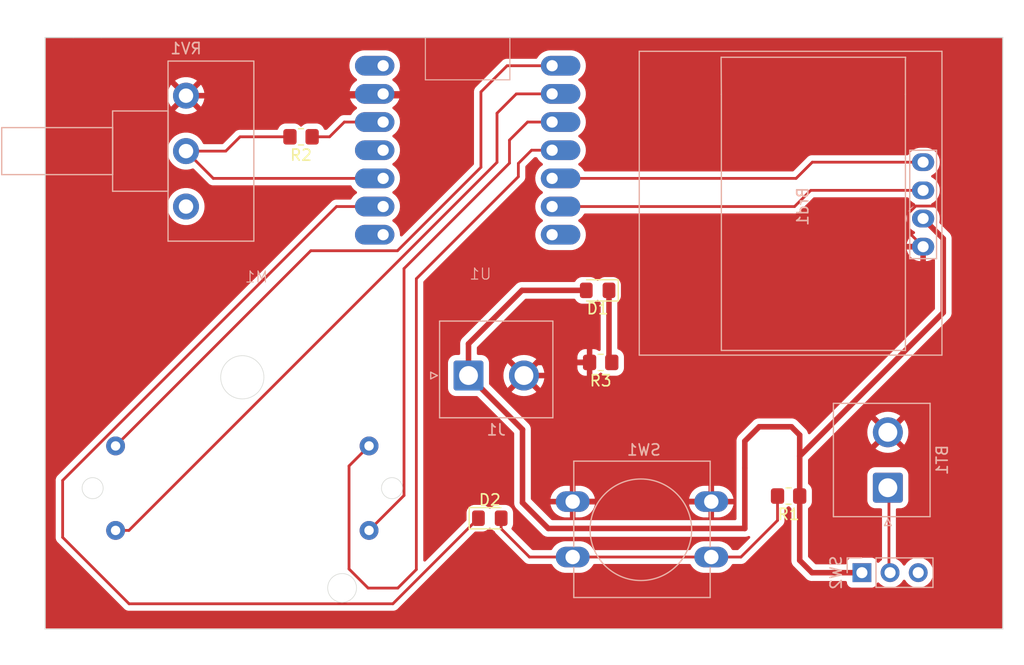
<source format=kicad_pcb>
(kicad_pcb (version 20240108) (generator "pcbnew") (generator_version "8.0")
  (layers (0 "F.Cu" signal) (31 "B.Cu" signal) (34 "B.Paste" user) (35 "F.Paste" user) (36 "B.SilkS" user "B.Silkscreen") (37 "F.SilkS" user "F.Silkscreen") (38 "B.Mask" user) (39 "F.Mask" user) (44 "Edge.Cuts" user))
  (net 0 "")
  (net 1 "Net-(Brd1-SDA)")
  (net 2 "Net-(Brd1-SCL)")
  (net 3 "GND")
  (net 4 "VCC")
  (net 5 "Net-(D2-K)")
  (net 6 "Net-(D2-A)")
  (net 7 "Net-(U1-GPIO1_A0_D0)")
  (net 8 "Net-(U1-GPIO8_A9_D9_CIPO)")
  (net 10 "Net-(M1--)")
  (net 11 "Net-(U1-GPIO3_A2_D2)")
  (net 12 "Net-(U1-GPIO4_A3_D3)")
  (net 16 "Net-(U1-3V3)")
  (net 19 "Net-(BT1-+)")
  (net 20 "Net-(D1-K)")
  (footprint "Resistor_SMD:R_0805_2012Metric_Pad1.20x1.40mm_HandSolder" (layer "F.Cu") (at 73.875 34.35 180)
    (property "Reference" "R2" (at 0 -1.65 0) (layer "F.SilkS"))
    (property "Value" "1kΩ")
    (fp_line (start -0.227064 0.735) (end 0.227064 0.735) (stroke (width 0.12)) (layer "F.SilkS"))
    (fp_line (start -0.227064 -0.735) (end 0.227064 -0.735) (stroke (width 0.12)) (layer "F.SilkS"))
    (pad "1" smd roundrect (at -1 0 180) (size 1.2 1.4) (layers "F.Cu" "F.Paste" "F.Mask") (roundrect_rratio 0.2083333333) (net 16 "Net-(U1-3V3)"))
    (pad "2" smd roundrect (at 1 0 180) (size 1.2 1.4) (layers "F.Cu" "F.Paste" "F.Mask") (roundrect_rratio 0.2083333333) (net 8 "Net-(U1-GPIO8_A9_D9_CIPO)"))
  )
  (footprint "Resistor_SMD:R_0805_2012Metric_Pad1.20x1.40mm_HandSolder" (layer "F.Cu") (at 100.9 54.7 180)
    (property "Reference" "R3" (at 0 -1.65 0) (layer "F.SilkS"))
    (property "Value" "85Ω")
    (fp_line (start -0.227064 0.735) (end 0.227064 0.735) (stroke (width 0.12)) (layer "F.SilkS"))
    (fp_line (start -0.227064 -0.735) (end 0.227064 -0.735) (stroke (width 0.12)) (layer "F.SilkS"))
    (pad "1" smd roundrect (at -1 0 180) (size 1.2 1.4) (layers "F.Cu" "F.Paste" "F.Mask") (roundrect_rratio 0.2083333333) (net 20 "Net-(D1-K)"))
    (pad "2" smd roundrect (at 1 0 180) (size 1.2 1.4) (layers "F.Cu" "F.Paste" "F.Mask") (roundrect_rratio 0.2083333333) (net 3 "GND"))
  )
  (footprint "Resistor_SMD:R_0805_2012Metric_Pad1.20x1.40mm_HandSolder" (layer "F.Cu") (at 117.85 66.75 180)
    (property "Reference" "R1" (at 0 -1.65 0) (layer "F.SilkS"))
    (property "Value" "85Ω")
    (fp_line (start -0.227064 0.735) (end 0.227064 0.735) (stroke (width 0.12)) (layer "F.SilkS"))
    (fp_line (start -0.227064 -0.735) (end 0.227064 -0.735) (stroke (width 0.12)) (layer "F.SilkS"))
    (pad "1" smd roundrect (at -1 0 180) (size 1.2 1.4) (layers "F.Cu" "F.Paste" "F.Mask") (roundrect_rratio 0.2083333333) (net 4 "VCC"))
    (pad "2" smd roundrect (at 1 0 180) (size 1.2 1.4) (layers "F.Cu" "F.Paste" "F.Mask") (roundrect_rratio 0.2083333333) (net 6 "Net-(D2-A)"))
  )
  (footprint "LED_SMD:LED_0805_2012Metric_Pad1.15x1.40mm_HandSolder" (layer "F.Cu") (at 100.625 48.2 180)
    (property "Reference" "D1" (at 0 -1.65 0) (layer "F.SilkS"))
    (property "Value" "LED")
    (fp_line (start 1 -0.96) (end -1.86 -0.96) (stroke (width 0.12)) (layer "F.SilkS"))
    (fp_line (start -1.86 0.96) (end 1 0.96) (stroke (width 0.12)) (layer "F.SilkS"))
    (fp_line (start -1.86 -0.96) (end -1.86 0.96) (stroke (width 0.12)) (layer "F.SilkS"))
    (pad "1" smd roundrect (at -1.025 0 180) (size 1.15 1.4) (layers "F.Cu" "F.Paste" "F.Mask") (roundrect_rratio 0.2173913043) (net 20 "Net-(D1-K)"))
    (pad "2" smd roundrect (at 1.025 0 180) (size 1.15 1.4) (layers "F.Cu" "F.Paste" "F.Mask") (roundrect_rratio 0.2173913043) (net 4 "VCC"))
  )
  (footprint "LED_SMD:LED_0805_2012Metric_Pad1.15x1.40mm_HandSolder" (layer "F.Cu") (at 90.9 68.75)
    (property "Reference" "D2" (at 0 -1.65 0) (layer "F.SilkS"))
    (property "Value" "LED")
    (fp_line (start -1.86 -0.96) (end -1.86 0.96) (stroke (width 0.12)) (layer "F.SilkS"))
    (fp_line (start -1.86 0.96) (end 1 0.96) (stroke (width 0.12)) (layer "F.SilkS"))
    (fp_line (start 1 -0.96) (end -1.86 -0.96) (stroke (width 0.12)) (layer "F.SilkS"))
    (pad "1" smd roundrect (at -1.025 0) (size 1.15 1.4) (layers "F.Cu" "F.Paste" "F.Mask") (roundrect_rratio 0.2173913043) (net 5 "Net-(D2-K)"))
    (pad "2" smd roundrect (at 1.025 0) (size 1.15 1.4) (layers "F.Cu" "F.Paste" "F.Mask") (roundrect_rratio 0.2173913043) (net 6 "Net-(D2-A)"))
  )
  (footprint "SSD1306:128x64OLED" (layer "B.Cu") (at 119.38 40.64 90)
    (property "Reference" "Brd1" (at 0 -0.254 90) (layer "B.SilkS") (effects (justify mirror)))
    (property "Value" "SSD1306")
    (fp_line (start 14 -15) (end -13.4 -15) (stroke (width 0.12)) (layer "B.SilkS"))
    (fp_line (start -13.4 -15) (end -13.4 12.3) (stroke (width 0.12)) (layer "B.SilkS"))
    (fp_line (start 13.462 -7.62) (end 13.462 9.017) (stroke (width 0.12)) (layer "B.SilkS"))
    (fp_line (start 10.122 -7.595) (end 13.462 -7.62) (stroke (width 0.12)) (layer "B.SilkS"))
    (fp_line (start 10.122 -7.595) (end -12.978 -7.595) (stroke (width 0.12)) (layer "B.SilkS"))
    (fp_line (start -12.978 -7.595) (end -12.978 9.005) (stroke (width 0.12)) (layer "B.SilkS"))
    (fp_line (start 10.122 9.005) (end 13.208 9.005) (stroke (width 0.12)) (layer "B.SilkS"))
    (fp_line (start -12.978 9.005) (end 10.122 9.005) (stroke (width 0.12)) (layer "B.SilkS"))
    (fp_line (start 13.462 9.017) (end 13.208 9.005) (stroke (width 0.12)) (layer "B.SilkS"))
    (fp_line (start 5.08 9.398) (end -4.699 9.398) (stroke (width 0.12)) (layer "B.SilkS"))
    (fp_line (start 5.08 11.811) (end 5.08 9.398) (stroke (width 0.12)) (layer "B.SilkS"))
    (fp_line (start -4.699 11.811) (end -4.699 9.398) (stroke (width 0.12)) (layer "B.SilkS"))
    (fp_line (start -4.699 11.811) (end 5.08 11.811) (stroke (width 0.12)) (layer "B.SilkS"))
    (fp_line (start 14 12.3) (end 14 -15) (stroke (width 0.12)) (layer "B.SilkS"))
    (fp_line (start -13.4 12.3) (end 14 12.3) (stroke (width 0.12)) (layer "B.SilkS"))
    (pad "1" thru_hole oval (at -3.62 10.6) (size 2 1.6) (drill 1) (layers "*.Cu" "*.Mask") (net 3 "GND"))
    (pad "2" thru_hole oval (at -1.08 10.6) (size 2 1.6) (drill 1) (layers "*.Cu" "*.Mask") (net 4 "VCC"))
    (pad "3" thru_hole oval (at 1.46 10.6) (size 2 1.6) (drill 1) (layers "*.Cu" "*.Mask") (net 2 "Net-(Brd1-SCL)"))
    (pad "4" thru_hole oval (at 4 10.6) (size 2 1.6) (drill 1) (layers "*.Cu" "*.Mask") (net 1 "Net-(Brd1-SDA)"))
  )
  (footprint "esp32_demo:XIAO_ESP32_SENSE" (layer "B.Cu") (at 88.9 35.56 180)
    (property "Reference" "U1" (at -1.15 -11.165 0) (layer "B.SilkS") (effects (font (thickness 0.1)) (justify mirror)))
    (property "Value" "~")
    (fp_line (start 3.81 6.35) (end 3.81 10.16) (stroke (width 0.1)) (layer "B.SilkS"))
    (fp_line (start -3.81 10.16) (end -3.81 6.35) (stroke (width 0.1)) (layer "B.SilkS"))
    (fp_line (start -3.81 6.35) (end 3.81 6.35) (stroke (width 0.1)) (layer "B.SilkS"))
    (pad "1" thru_hole oval (at -7.62 7.62 180) (size 3.556 1.778) (drill 1.016 (offset -0.762 0)) (layers "*.Cu" "*.Mask") (net 7 "Net-(U1-GPIO1_A0_D0)"))
    (pad "2" thru_hole oval (at -7.62 5.08 180) (size 3.556 1.778) (drill 1.016 (offset -0.762 0)) (layers "*.Cu" "*.Mask") (net 10 "Net-(M1--)"))
    (pad "3" thru_hole oval (at -7.62 2.54 180) (size 3.556 1.778) (drill 1.016 (offset -0.762 0)) (layers "*.Cu" "*.Mask") (net 11 "Net-(U1-GPIO3_A2_D2)"))
    (pad "4" thru_hole oval (at -7.62 0 180) (size 3.556 1.778) (drill 1.016 (offset -0.762 0)) (layers "*.Cu" "*.Mask") (net 12 "Net-(U1-GPIO4_A3_D3)"))
    (pad "5" thru_hole oval (at -7.62 -2.54 180) (size 3.556 1.778) (drill 1.016 (offset -0.762 0)) (layers "*.Cu" "*.Mask") (net 1 "Net-(Brd1-SDA)"))
    (pad "6" thru_hole oval (at -7.62 -5.08 180) (size 3.556 1.778) (drill 1.016 (offset -0.762 0)) (layers "*.Cu" "*.Mask") (net 2 "Net-(Brd1-SCL)"))
    (pad "7" thru_hole oval (at -7.62 -7.62 180) (size 3.556 1.778) (drill 1.016 (offset -0.762 0)) (layers "*.Cu" "*.Mask"))
    (pad "8" thru_hole oval (at 7.62 7.62 180) (size 3.556 1.778) (drill 1.016 (offset 0.762 0)) (layers "*.Cu" "*.Mask"))
    (pad "9" thru_hole oval (at 7.62 5.08 180) (size 3.556 1.778) (drill 1.016 (offset 0.762 0)) (layers "*.Cu" "*.Mask") (net 3 "GND"))
    (pad "10" thru_hole oval (at 7.62 2.54 180) (size 3.556 1.778) (drill 1.016 (offset 0.762 0)) (layers "*.Cu" "*.Mask") (net 16 "Net-(U1-3V3)"))
    (pad "11" thru_hole oval (at 7.62 0 180) (size 3.556 1.778) (drill 1.016 (offset 0.762 0)) (layers "*.Cu" "*.Mask"))
    (pad "12" thru_hole oval (at 7.62 -2.54 180) (size 3.556 1.778) (drill 1.016 (offset 0.762 0)) (layers "*.Cu" "*.Mask") (net 8 "Net-(U1-GPIO8_A9_D9_CIPO)"))
    (pad "13" thru_hole oval (at 7.62 -5.08 180) (size 3.556 1.778) (drill 1.016 (offset 0.762 0)) (layers "*.Cu" "*.Mask") (net 5 "Net-(D2-K)"))
    (pad "14" thru_hole oval (at 7.62 -7.62 180) (size 3.556 1.778) (drill 1.016 (offset 0.762 0)) (layers "*.Cu" "*.Mask"))
  )
  (footprint "Potentiometer_THT:Potentiometer_Piher_T-16H_Single_Horizontal" (layer "B.Cu") (at 63.5 40.64 180)
    (property "Reference" "RV1" (at 0 14.25 0) (layer "B.SilkS") (effects (justify mirror)))
    (property "Value" "5kΩ")
    (fp_line (start 16.62 7.12) (end 16.62 2.88) (stroke (width 0.12)) (layer "B.SilkS"))
    (fp_line (start 6.62 8.62) (end 6.62 1.38) (stroke (width 0.12)) (layer "B.SilkS"))
    (fp_line (start 6.62 7.12) (end 16.62 7.12) (stroke (width 0.12)) (layer "B.SilkS"))
    (fp_line (start 6.62 7.12) (end 6.62 2.88) (stroke (width 0.12)) (layer "B.SilkS"))
    (fp_line (start 6.62 2.88) (end 16.62 2.88) (stroke (width 0.12)) (layer "B.SilkS"))
    (fp_line (start 1.62 13.12) (end 1.62 -3.12) (stroke (width 0.12)) (layer "B.SilkS"))
    (fp_line (start 1.62 8.62) (end 6.62 8.62) (stroke (width 0.12)) (layer "B.SilkS"))
    (fp_line (start 1.62 8.62) (end 1.62 1.38) (stroke (width 0.12)) (layer "B.SilkS"))
    (fp_line (start 1.62 1.38) (end 6.62 1.38) (stroke (width 0.12)) (layer "B.SilkS"))
    (fp_line (start -6.12 13.12) (end 1.62 13.12) (stroke (width 0.12)) (layer "B.SilkS"))
    (fp_line (start -6.12 13.12) (end -6.12 -3.12) (stroke (width 0.12)) (layer "B.SilkS"))
    (fp_line (start -6.12 -3.12) (end 1.62 -3.12) (stroke (width 0.12)) (layer "B.SilkS"))
    (pad "1" thru_hole circle (at 0 0 180) (size 2.34 2.34) (drill 1.3) (layers "*.Cu" "*.Mask"))
    (pad "2" thru_hole circle (at 0 5 180) (size 2.34 2.34) (drill 1.3) (layers "*.Cu" "*.Mask") (net 8 "Net-(U1-GPIO8_A9_D9_CIPO)"))
    (pad "3" thru_hole circle (at 0 10 180) (size 2.34 2.34) (drill 1.3) (layers "*.Cu" "*.Mask") (net 3 "GND"))
  )
  (footprint "Connector_JST:JST_NV_B02P-NV_1x02_P5.00mm_Vertical" (layer "B.Cu") (at 126.8 66 90)
    (property "Reference" "BT1" (at 2.5 4.9 90) (layer "B.SilkS") (effects (justify mirror)))
    (property "Value" "Battery_Cell")
    (fp_line (start 7.61 -4.91) (end 7.61 3.81) (stroke (width 0.12)) (layer "B.SilkS"))
    (fp_line (start -2.61 -4.91) (end 7.61 -4.91) (stroke (width 0.12)) (layer "B.SilkS"))
    (fp_line (start -3.41 -0.3) (end -3.41 0.3) (stroke (width 0.12)) (layer "B.SilkS"))
    (fp_line (start -2.81 0) (end -3.41 -0.3) (stroke (width 0.12)) (layer "B.SilkS"))
    (fp_line (start -3.41 0.3) (end -2.81 0) (stroke (width 0.12)) (layer "B.SilkS"))
    (fp_line (start 7.61 3.81) (end -2.61 3.81) (stroke (width 0.12)) (layer "B.SilkS"))
    (fp_line (start -2.61 3.81) (end -2.61 -4.91) (stroke (width 0.12)) (layer "B.SilkS"))
    (pad "1" thru_hole roundrect (at 0 0 90) (size 2.7 2.7) (drill 1.7) (layers "*.Cu" "*.Mask") (roundrect_rratio 0.09259296296) (net 19 "Net-(BT1-+)"))
    (pad "2" thru_hole circle (at 5 0 90) (size 2.7 2.7) (drill 1.7) (layers "*.Cu" "*.Mask") (net 3 "GND"))
  )
  (footprint "Button_Switch_THT:SW_PUSH-12mm" (layer "B.Cu") (at 110.875 67.25 180)
    (property "Reference" "SW1" (at 6.08 4.66 0) (layer "B.SilkS") (effects (justify mirror)))
    (property "Value" "SW_SPST")
    (fp_line (start 12.4 3.65) (end 12.4 0.93) (stroke (width 0.12)) (layer "B.SilkS"))
    (fp_line (start 12.4 -0.93) (end 12.4 -4.07) (stroke (width 0.12)) (layer "B.SilkS"))
    (fp_line (start 12.4 -5.93) (end 12.4 -8.65) (stroke (width 0.12)) (layer "B.SilkS"))
    (fp_line (start 12.4 -8.65) (end 0.1 -8.65) (stroke (width 0.12)) (layer "B.SilkS"))
    (fp_line (start 0.1 3.65) (end 12.4 3.65) (stroke (width 0.12)) (layer "B.SilkS"))
    (fp_line (start 0.1 0.93) (end 0.1 3.65) (stroke (width 0.12)) (layer "B.SilkS"))
    (fp_line (start 0.1 -4.07) (end 0.1 -0.93) (stroke (width 0.12)) (layer "B.SilkS"))
    (fp_line (start 0.1 -8.65) (end 0.1 -5.93) (stroke (width 0.12)) (layer "B.SilkS"))
    (fp_circle (center 6.35 -2.54) (end 10.16 -5.08) (stroke (width 0.12)) (fill none) (layer "B.SilkS"))
    (pad "1" thru_hole oval (at 0 0 180) (size 3.048 1.85) (drill 1.3) (layers "*.Cu" "*.Mask") (net 3 "GND"))
    (pad "1" thru_hole oval (at 12.5 0 180) (size 3.048 1.85) (drill 1.3) (layers "*.Cu" "*.Mask") (net 3 "GND"))
    (pad "2" thru_hole oval (at 0 -5 180) (size 3.048 1.85) (drill 1.3) (layers "*.Cu" "*.Mask") (net 6 "Net-(D2-A)"))
    (pad "2" thru_hole oval (at 12.5 -5 180) (size 3.048 1.85) (drill 1.3) (layers "*.Cu" "*.Mask") (net 6 "Net-(D2-A)"))
  )
  (footprint "Connector_PinHeader_2.54mm:PinHeader_1x03_P2.54mm_Vertical" (layer "B.Cu") (at 124.46 73.66 -90)
    (property "Reference" "SW2" (at 0 2.33 90) (layer "B.SilkS") (effects (justify mirror)))
    (property "Value" "SW_SPDT")
    (fp_line (start -1.33 1.33) (end 0 1.33) (stroke (width 0.12)) (layer "B.SilkS"))
    (fp_line (start -1.33 0) (end -1.33 1.33) (stroke (width 0.12)) (layer "B.SilkS"))
    (fp_line (start -1.33 -1.27) (end 1.33 -1.27) (stroke (width 0.12)) (layer "B.SilkS"))
    (fp_line (start -1.33 -1.27) (end -1.33 -6.41) (stroke (width 0.12)) (layer "B.SilkS"))
    (fp_line (start 1.33 -1.27) (end 1.33 -6.41) (stroke (width 0.12)) (layer "B.SilkS"))
    (fp_line (start -1.33 -6.41) (end 1.33 -6.41) (stroke (width 0.12)) (layer "B.SilkS"))
    (pad "1" thru_hole rect (at 0 0 270) (size 1.7 1.7) (drill 1) (layers "*.Cu" "*.Mask") (net 4 "VCC"))
    (pad "2" thru_hole oval (at 0 -2.54 270) (size 1.7 1.7) (drill 1) (layers "*.Cu" "*.Mask") (net 19 "Net-(BT1-+)"))
    (pad "3" thru_hole oval (at 0 -5.08 270) (size 1.7 1.7) (drill 1) (layers "*.Cu" "*.Mask"))
  )
  (footprint "Connector_JST:JST_NV_B02P-NV_1x02_P5.00mm_Vertical" (layer "B.Cu") (at 88.98 55.88)
    (property "Reference" "J1" (at 2.5 4.9 0) (layer "B.SilkS") (effects (justify mirror)))
    (property "Value" "Conn_01x02_Pin")
    (fp_line (start -3.41 -0.3) (end -3.41 0.3) (stroke (width 0.12)) (layer "B.SilkS"))
    (fp_line (start -3.41 0.3) (end -2.81 0) (stroke (width 0.12)) (layer "B.SilkS"))
    (fp_line (start -2.81 0) (end -3.41 -0.3) (stroke (width 0.12)) (layer "B.SilkS"))
    (fp_line (start -2.61 -4.91) (end 7.61 -4.91) (stroke (width 0.12)) (layer "B.SilkS"))
    (fp_line (start -2.61 3.81) (end -2.61 -4.91) (stroke (width 0.12)) (layer "B.SilkS"))
    (fp_line (start 7.61 -4.91) (end 7.61 3.81) (stroke (width 0.12)) (layer "B.SilkS"))
    (fp_line (start 7.61 3.81) (end -2.61 3.81) (stroke (width 0.12)) (layer "B.SilkS"))
    (pad "1" thru_hole roundrect (at 0 0) (size 2.7 2.7) (drill 1.7) (layers "*.Cu" "*.Mask") (roundrect_rratio 0.09259296296) (net 4 "VCC"))
    (pad "2" thru_hole circle (at 5 0) (size 2.7 2.7) (drill 1.7) (layers "*.Cu" "*.Mask") (net 3 "GND"))
  )
  (footprint "motor_demo:x27_stepper" (layer "B.Cu") (at 66.04 76.2 180)
    (property "Reference" "M1" (at -3.81 29.21 0) (layer "B.SilkS") (effects (font (thickness 0.1)) (justify mirror)))
    (property "Value" "Stepper_Motor_bipolar")
    (fp_circle (center 10.96 10.16) (end 11.91 10.16) (stroke (width 0.05)) (fill none) (layer "Edge.Cuts"))
    (fp_circle (center -2.54 20.16) (end -0.59 20.16) (stroke (width 0.05)) (fill none) (layer "Edge.Cuts"))
    (fp_circle (center -11.54 1.16) (end -10.24 1.16) (stroke (width 0.05)) (fill none) (layer "Edge.Cuts"))
    (fp_circle (center -16.04 10.16) (end -15.09 10.16) (stroke (width 0.05)) (fill none) (layer "Edge.Cuts"))
    (pad "1" thru_hole circle (at 8.89 13.97 180) (size 1.7 1.7) (drill 0.85) (layers "*.Cu" "*.Mask") (net 7 "Net-(U1-GPIO1_A0_D0)"))
    (pad "2" thru_hole circle (at 8.89 6.35 180) (size 1.7 1.7) (drill 0.85) (layers "*.Cu" "*.Mask") (net 10 "Net-(M1--)"))
    (pad "3" thru_hole circle (at -13.97 6.35 180) (size 1.7 1.7) (drill 0.85) (layers "*.Cu" "*.Mask") (net 11 "Net-(U1-GPIO3_A2_D2)"))
    (pad "4" thru_hole circle (at -13.97 13.97 180) (size 1.7 1.7) (drill 0.85) (layers "*.Cu" "*.Mask") (net 12 "Net-(U1-GPIO4_A3_D3)"))
  )
  (gr_line (start 50.8 25.4) (end 53.34 25.4) (stroke (width 0.1)) (layer "Edge.Cuts"))
  (gr_line (start 55.88 25.4) (end 137.16 25.4) (stroke (width 0.1)) (layer "Edge.Cuts"))
  (gr_line (start 137.16 25.4) (end 137.16 78.74) (stroke (width 0.1)) (layer "Edge.Cuts"))
  (gr_line (start 53.34 25.4) (end 55.88 25.4) (stroke (width 0.1)) (layer "Edge.Cuts"))
  (gr_line (start 50.8 78.74) (end 50.8 25.4) (stroke (width 0.1)) (layer "Edge.Cuts"))
  (gr_line (start 137.16 78.74) (end 50.8 78.74) (stroke (width 0.1)) (layer "Edge.Cuts"))
  (segment (start 96.52 38.1) (end 118.525 38.1) (width 0.25) (layer "F.Cu") (net 1))
  (segment (start 119.985 36.64) (end 129.98 36.64) (width 0.25) (layer "F.Cu") (net 1))
  (segment (start 118.525 38.1) (end 119.985 36.64) (width 0.25) (layer "F.Cu") (net 1))
  (segment (start 96.52 40.64) (end 118.385 40.64) (width 0.25) (layer "F.Cu") (net 2))
  (segment (start 118.385 40.64) (end 119.845 39.18) (width 0.25) (layer "F.Cu") (net 2))
  (segment (start 119.845 39.18) (end 129.98 39.18) (width 0.25) (layer "F.Cu") (net 2))
  (segment (start 129.98 44.26) (end 128.655 42.935) (width 0.25) (layer "F.Cu") (net 3))
  (segment (start 126.9 60.925) (end 131.755 56.07) (width 0.5) (layer "F.Cu") (net 3))
  (segment (start 133 40.6) (end 133 54.825) (width 0.5) (layer "F.Cu") (net 3))
  (segment (start 120.44 44.26) (end 129.98 44.26) (width 0.5) (layer "F.Cu") (net 3))
  (segment (start 96.48 55.88) (end 93.98 55.88) (width 0.5) (layer "F.Cu") (net 3))
  (segment (start 81.12 30.64) (end 81.28 30.48) (width 0.25) (layer "F.Cu") (net 3))
  (segment (start 99.9 54.7) (end 95.16 54.7) (width 0.5) (layer "F.Cu") (net 3))
  (segment (start 83.06 30.64) (end 87.5 26.2) (width 0.5) (layer "F.Cu") (net 3))
  (segment (start 128.655 42.935) (end 128.655 41.25401) (width 0.25) (layer "F.Cu") (net 3))
  (segment (start 63.5 30.64) (end 81.12 30.64) (width 0.5) (layer "F.Cu") (net 3))
  (segment (start 95.16 54.7) (end 93.98 55.88) (width 0.25) (layer "F.Cu") (net 3))
  (segment (start 133 31.4) (end 133 40.6) (width 0.5) (layer "F.Cu") (net 3))
  (segment (start 98.375 67.25) (end 98.375 57.775) (width 0.5) (layer "F.Cu") (net 3))
  (segment (start 98.375 57.775) (end 96.48 55.88) (width 0.5) (layer "F.Cu") (net 3))
  (segment (start 98.375 67.25) (end 110.875 67.25) (width 0.5) (layer "F.Cu") (net 3))
  (segment (start 87.5 26.2) (end 127.8 26.2) (width 0.5) (layer "F.Cu") (net 3))
  (segment (start 81.12 30.64) (end 83.06 30.64) (width 0.5) (layer "F.Cu") (net 3))
  (segment (start 132.995 40.595) (end 133 40.6) (width 0.25) (layer "F.Cu") (net 3))
  (segment (start 129.31401 40.595) (end 132.995 40.595) (width 0.25) (layer "F.Cu") (net 3))
  (segment (start 110.875 53.825) (end 120.44 44.26) (width 0.5) (layer "F.Cu") (net 3))
  (segment (start 128.655 41.25401) (end 129.31401 40.595) (width 0.25) (layer "F.Cu") (net 3))
  (segment (start 127.8 26.2) (end 133 31.4) (width 0.5) (layer "F.Cu") (net 3))
  (segment (start 110.875 67.25) (end 110.875 53.825) (width 0.5) (layer "F.Cu") (net 3))
  (segment (start 133 54.825) (end 131.755 56.07) (width 0.5) (layer "F.Cu") (net 3))
  (segment (start 88.98 55.88) (end 88.98 53.02) (width 0.5) (layer "F.Cu") (net 4))
  (segment (start 88.98 53.02) (end 93.8 48.2) (width 0.5) (layer "F.Cu") (net 4))
  (segment (start 118.85 66.75) (end 118.85 63.15) (width 0.5) (layer "F.Cu") (net 4))
  (segment (start 115.2 60.5) (end 118.1 60.5) (width 0.5) (layer "F.Cu") (net 4))
  (segment (start 113.9 61.8) (end 115.2 60.5) (width 0.5) (layer "F.Cu") (net 4))
  (segment (start 88.98 55.88) (end 93.85 60.75) (width 0.5) (layer "F.Cu") (net 4))
  (segment (start 113.9 69.675) (end 113.9 64.225) (width 0.5) (layer "F.Cu") (net 4))
  (segment (start 118.85 63.15) (end 131.8 50.2) (width 0.5) (layer "F.Cu") (net 4))
  (segment (start 131.8 43.54) (end 129.98 41.72) (width 0.5) (layer "F.Cu") (net 4))
  (segment (start 118.85 61.25) (end 118.85 63.15) (width 0.5) (layer "F.Cu") (net 4))
  (segment (start 131.8 50.2) (end 131.8 43.54) (width 0.5) (layer "F.Cu") (net 4))
  (segment (start 96.175 69.675) (end 113.9 69.675) (width 0.5) (layer "F.Cu") (net 4))
  (segment (start 119.96 73.66) (end 124.46 73.66) (width 0.5) (layer "F.Cu") (net 4))
  (segment (start 113.9 64.225) (end 113.9 61.8) (width 0.5) (layer "F.Cu") (net 4))
  (segment (start 118.1 60.5) (end 118.85 61.25) (width 0.5) (layer "F.Cu") (net 4))
  (segment (start 93.85 67.35) (end 96.175 69.675) (width 0.5) (layer "F.Cu") (net 4))
  (segment (start 93.8 48.2) (end 99.6 48.2) (width 0.5) (layer "F.Cu") (net 4))
  (segment (start 118.85 66.75) (end 118.85 72.55) (width 0.5) (layer "F.Cu") (net 4))
  (segment (start 93.85 60.75) (end 93.85 67.35) (width 0.5) (layer "F.Cu") (net 4))
  (segment (start 118.85 72.55) (end 119.96 73.66) (width 0.5) (layer "F.Cu") (net 4))
  (segment (start 52.375 65.343299) (end 77.078299 40.64) (width 0.25) (layer "F.Cu") (net 5))
  (segment (start 77.078299 40.64) (end 81.28 40.64) (width 0.25) (layer "F.Cu") (net 5))
  (segment (start 89.875 68.75) (end 82.157473 76.467527) (width 0.25) (layer "F.Cu") (net 5))
  (segment (start 82.157473 76.467527) (end 58.367527 76.467527) (width 0.25) (layer "F.Cu") (net 5))
  (segment (start 52.375 70.475) (end 52.375 65.343299) (width 0.25) (layer "F.Cu") (net 5))
  (segment (start 58.367527 76.467527) (end 52.375 70.475) (width 0.25) (layer "F.Cu") (net 5))
  (segment (start 116.85 66.75) (end 116.85 68.95) (width 0.25) (layer "F.Cu") (net 6))
  (segment (start 91.925 69.7) (end 94.475 72.25) (width 0.25) (layer "F.Cu") (net 6))
  (segment (start 94.475 72.25) (end 98.375 72.25) (width 0.25) (layer "F.Cu") (net 6))
  (segment (start 113.55 72.25) (end 110.875 72.25) (width 0.25) (layer "F.Cu") (net 6))
  (segment (start 91.925 68.75) (end 91.925 69.7) (width 0.25) (layer "F.Cu") (net 6))
  (segment (start 116.85 68.95) (end 113.55 72.25) (width 0.25) (layer "F.Cu") (net 6))
  (segment (start 98.375 72.25) (end 110.875 72.25) (width 0.25) (layer "F.Cu") (net 6))
  (segment (start 92.46 27.94) (end 96.52 27.94) (width 0.25) (layer "F.Cu") (net 7))
  (segment (start 82.575 44.625) (end 90.1 37.1) (width 0.25) (layer "F.Cu") (net 7))
  (segment (start 90.1 30.3) (end 92.46 27.94) (width 0.25) (layer "F.Cu") (net 7))
  (segment (start 90.1 37.1) (end 90.1 30.3) (width 0.25) (layer "F.Cu") (net 7))
  (segment (start 74.755 44.625) (end 82.575 44.625) (width 0.25) (layer "F.Cu") (net 7))
  (segment (start 57.15 62.23) (end 74.755 44.625) (width 0.25) (layer "F.Cu") (net 7))
  (segment (start 65.96 38.1) (end 81.28 38.1) (width 0.25) (layer "F.Cu") (net 8))
  (segment (start 68.375 34.35) (end 67.085 35.64) (width 0.25) (layer "F.Cu") (net 8))
  (segment (start 63.5 35.64) (end 65.96 38.1) (width 0.25) (layer "F.Cu") (net 8))
  (segment (start 67.085 35.64) (end 63.5 35.64) (width 0.25) (layer "F.Cu") (net 8))
  (segment (start 72.875 34.35) (end 68.375 34.35) (width 0.25) (layer "F.Cu") (net 8))
  (segment (start 91.55 32.225) (end 93.295 30.48) (width 0.25) (layer "F.Cu") (net 10))
  (segment (start 57.15 69.85) (end 58.352081 69.85) (width 0.25) (layer "F.Cu") (net 10))
  (segment (start 58.352081 69.85) (end 91.55 36.652081) (width 0.25) (layer "F.Cu") (net 10))
  (segment (start 91.55 36.652081) (end 91.55 32.225) (width 0.25) (layer "F.Cu") (net 10))
  (segment (start 93.295 30.48) (end 96.52 30.48) (width 0.25) (layer "F.Cu") (net 10))
  (segment (start 80.01 69.85) (end 83.16312 66.69688) (width 0.25) (layer "F.Cu") (net 11))
  (segment (start 92.675 34.65) (end 94.305 33.02) (width 0.25) (layer "F.Cu") (net 11))
  (segment (start 92.675 36.725) (end 92.675 34.65) (width 0.25) (layer "F.Cu") (net 11))
  (segment (start 83.16312 66.69688) (end 83.16312 46.23688) (width 0.25) (layer "F.Cu") (net 11))
  (segment (start 94.305 33.02) (end 96.52 33.02) (width 0.25) (layer "F.Cu") (net 11))
  (segment (start 83.16312 46.23688) (end 92.675 36.725) (width 0.25) (layer "F.Cu") (net 11))
  (segment (start 80.01 62.23) (end 78.204433 64.035567) (width 0.25) (layer "F.Cu") (net 12))
  (segment (start 93.475 36.75) (end 94.665 35.56) (width 0.25) (layer "F.Cu") (net 12))
  (segment (start 79.925 75.05) (end 82.6 75.05) (width 0.25) (layer "F.Cu") (net 12))
  (segment (start 78.204433 73.329433) (end 79.925 75.05) (width 0.25) (layer "F.Cu") (net 12))
  (segment (start 94.665 35.56) (end 96.52 35.56) (width 0.25) (layer "F.Cu") (net 12))
  (segment (start 82.6 75.05) (end 84.275 73.375) (width 0.25) (layer "F.Cu") (net 12))
  (segment (start 84.275 73.375) (end 84.275 47.15) (width 0.25) (layer "F.Cu") (net 12))
  (segment (start 84.275 47.15) (end 93.475 37.95) (width 0.25) (layer "F.Cu") (net 12))
  (segment (start 78.204433 64.035567) (end 78.204433 73.329433) (width 0.25) (layer "F.Cu") (net 12))
  (segment (start 93.475 37.95) (end 93.475 36.75) (width 0.25) (layer "F.Cu") (net 12))
  (segment (start 77.78 33.02) (end 81.28 33.02) (width 0.25) (layer "F.Cu") (net 16))
  (segment (start 74.875 34.35) (end 76.45 34.35) (width 0.25) (layer "F.Cu") (net 16))
  (segment (start 76.45 34.35) (end 77.78 33.02) (width 0.25) (layer "F.Cu") (net 16))
  (segment (start 126.9 73.56) (end 127 73.66) (width 0.25) (layer "F.Cu") (net 19))
  (segment (start 126.9 65.925) (end 126.9 73.56) (width 0.25) (layer "F.Cu") (net 19))
  (segment (start 101.65 48.2) (end 101.65 54.45) (width 0.5) (layer "F.Cu") (net 20))
  (segment (start 101.65 54.45) (end 101.9 54.7) (width 0.25) (layer "F.Cu") (net 20))
  (zone (net 3) (net_name "GND") (layer "F.Cu") (connect_pads (clearance 0.5)) (min_thickness 0.25) (fill yes (thermal_gap 0.5) (thermal_bridge_width 0.5))
    (polygon (pts (xy 49.3 23.1) (xy 138.6 22.9) (xy 139.1 81.4) (xy 48.1 82) (xy 49.1 23.1)))
  )
)
</source>
